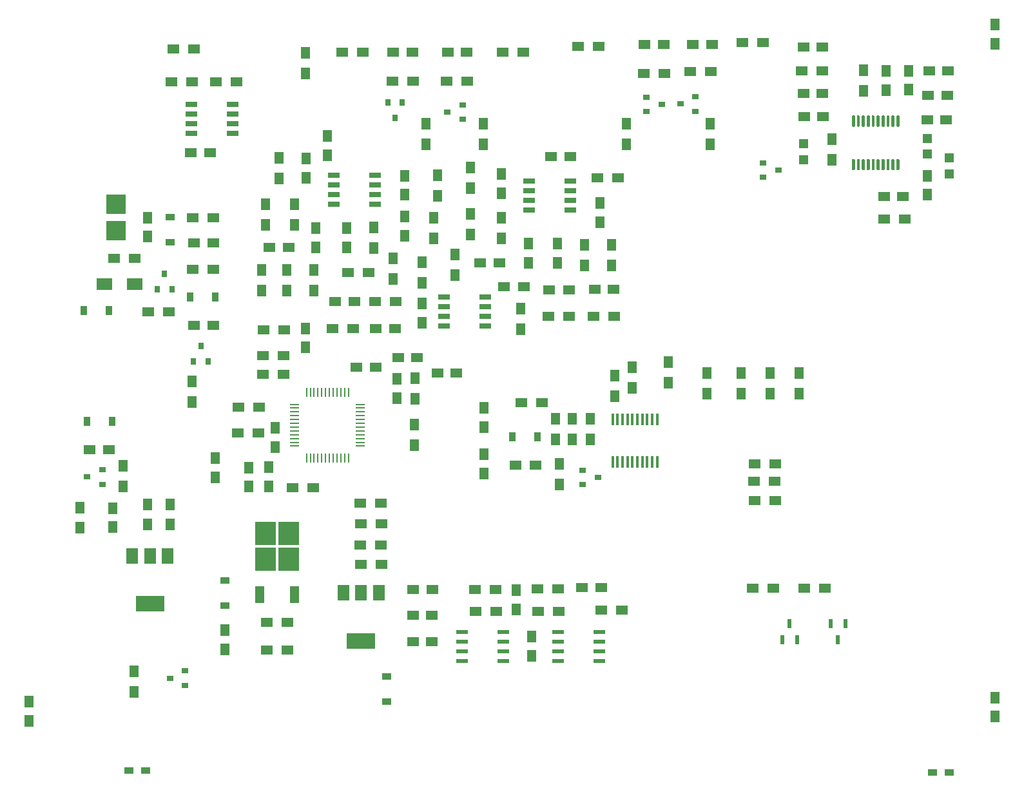
<source format=gtp>
G04 #@! TF.GenerationSoftware,KiCad,Pcbnew,(5.1.6-0-10_14)*
G04 #@! TF.CreationDate,2020-10-12T01:28:03+09:00*
G04 #@! TF.ProjectId,FreeDSP_SMD_AB_plus,46726565-4453-4505-9f53-4d445f41425f,rev?*
G04 #@! TF.SameCoordinates,Original*
G04 #@! TF.FileFunction,Paste,Top*
G04 #@! TF.FilePolarity,Positive*
%FSLAX46Y46*%
G04 Gerber Fmt 4.6, Leading zero omitted, Abs format (unit mm)*
G04 Created by KiCad (PCBNEW (5.1.6-0-10_14)) date 2020-10-12 01:28:03*
%MOMM*%
%LPD*%
G01*
G04 APERTURE LIST*
%ADD10R,1.200000X0.900000*%
%ADD11R,1.500000X1.300000*%
%ADD12R,1.550000X0.600000*%
%ADD13R,0.800000X0.900000*%
%ADD14R,0.900000X1.200000*%
%ADD15R,1.300000X0.250000*%
%ADD16R,0.250000X1.300000*%
%ADD17R,0.900000X0.800000*%
%ADD18R,3.800000X2.000000*%
%ADD19R,1.500000X2.000000*%
%ADD20R,1.200000X2.200000*%
%ADD21R,2.750000X3.050000*%
%ADD22R,1.250000X1.500000*%
%ADD23R,1.500000X1.250000*%
%ADD24R,1.300000X1.500000*%
%ADD25R,0.300000X1.600000*%
%ADD26R,2.500000X2.500000*%
%ADD27R,2.000000X1.600000*%
%ADD28R,1.200000X1.200000*%
%ADD29R,0.600000X1.300000*%
%ADD30R,1.525000X0.650000*%
G04 APERTURE END LIST*
D10*
X61765560Y-149506120D03*
X59565560Y-149506120D03*
D11*
X60345800Y-82159000D03*
X57645800Y-82159000D03*
D12*
X103386000Y-131259000D03*
X103386000Y-132529000D03*
X103386000Y-133799000D03*
X103386000Y-135069000D03*
X108786000Y-135069000D03*
X108786000Y-133799000D03*
X108786000Y-132529000D03*
X108786000Y-131259000D03*
D13*
X95520800Y-61706000D03*
X93620800Y-61706000D03*
X94570800Y-63706000D03*
D14*
X53629700Y-89065300D03*
X56929700Y-89065300D03*
D15*
X81330800Y-101358000D03*
X81330800Y-101858000D03*
X81330800Y-102358000D03*
X81330800Y-102858000D03*
X81330800Y-103358000D03*
X81330800Y-103858000D03*
X81330800Y-104358000D03*
X81330800Y-104858000D03*
X81330800Y-105358000D03*
X81330800Y-105858000D03*
X81330800Y-106358000D03*
X81330800Y-106858000D03*
D16*
X82930800Y-108458000D03*
X83430800Y-108458000D03*
X83930800Y-108458000D03*
X84430800Y-108458000D03*
X84930800Y-108458000D03*
X85430800Y-108458000D03*
X85930800Y-108458000D03*
X86430800Y-108458000D03*
X86930800Y-108458000D03*
X87430800Y-108458000D03*
X87930800Y-108458000D03*
X88430800Y-108458000D03*
D15*
X90030800Y-106858000D03*
X90030800Y-106358000D03*
X90030800Y-105858000D03*
X90030800Y-105358000D03*
X90030800Y-104858000D03*
X90030800Y-104358000D03*
X90030800Y-103858000D03*
X90030800Y-103358000D03*
X90030800Y-102858000D03*
X90030800Y-102358000D03*
X90030800Y-101858000D03*
X90030800Y-101358000D03*
D16*
X88430800Y-99758000D03*
X87930800Y-99758000D03*
X87430800Y-99758000D03*
X86930800Y-99758000D03*
X86430800Y-99758000D03*
X85930800Y-99758000D03*
X85430800Y-99758000D03*
X84930800Y-99758000D03*
X84430800Y-99758000D03*
X83930800Y-99758000D03*
X83430800Y-99758000D03*
X82930800Y-99758000D03*
D12*
X115966000Y-131307000D03*
X115966000Y-132577000D03*
X115966000Y-133847000D03*
X115966000Y-135117000D03*
X121366000Y-135117000D03*
X121366000Y-133847000D03*
X121366000Y-132577000D03*
X121366000Y-131307000D03*
D17*
X103445000Y-63910000D03*
X103445000Y-62010000D03*
X101445000Y-62960000D03*
X134058100Y-62843900D03*
X134058100Y-60943900D03*
X132058100Y-61893900D03*
X127607000Y-60994000D03*
X127607000Y-62894000D03*
X129607000Y-61944000D03*
D13*
X68099100Y-95688900D03*
X69999100Y-95688900D03*
X69049100Y-93688900D03*
D18*
X62357200Y-127569000D03*
D19*
X62357200Y-121269000D03*
X60057200Y-121269000D03*
X64657200Y-121269000D03*
D18*
X90104200Y-132440000D03*
D19*
X90104200Y-126140000D03*
X87804200Y-126140000D03*
X92404200Y-126140000D03*
D20*
X76796800Y-126342000D03*
X81356800Y-126342000D03*
D21*
X80601800Y-118367000D03*
X77551800Y-121717000D03*
X77551800Y-118367000D03*
X80601800Y-121717000D03*
D22*
X82886800Y-69076000D03*
X82886800Y-71576000D03*
D23*
X121651000Y-125432000D03*
X119151000Y-125432000D03*
X78080800Y-80740000D03*
X80580800Y-80740000D03*
D22*
X84156800Y-78220000D03*
X84156800Y-80720000D03*
D23*
X94336800Y-55086000D03*
X96836800Y-55086000D03*
D22*
X95813100Y-71330700D03*
X95813100Y-73830700D03*
X95840800Y-76696000D03*
X95840800Y-79196000D03*
X88220800Y-78220000D03*
X88220800Y-80720000D03*
D23*
X103965000Y-55086000D03*
X101465000Y-55086000D03*
X89510800Y-96488000D03*
X92010800Y-96488000D03*
D22*
X112097000Y-80232000D03*
X112097000Y-82732000D03*
D23*
X127357000Y-54070000D03*
X129857000Y-54070000D03*
D22*
X106255000Y-110438000D03*
X106255000Y-107938000D03*
X106255000Y-101842000D03*
X106255000Y-104342000D03*
X121495000Y-74918000D03*
X121495000Y-77418000D03*
X72218800Y-131052000D03*
X72218800Y-133552000D03*
X110511000Y-125803000D03*
X110511000Y-128303000D03*
D23*
X123273000Y-86274700D03*
X120773000Y-86274700D03*
D22*
X115907000Y-80232000D03*
X115907000Y-82732000D03*
D23*
X136207000Y-54070000D03*
X133707000Y-54070000D03*
D22*
X57515960Y-117507520D03*
X57515960Y-115007520D03*
X70948800Y-108446000D03*
X70948800Y-110946000D03*
D23*
X96898300Y-132521000D03*
X99398300Y-132521000D03*
X96898300Y-129105000D03*
X99398300Y-129105000D03*
X96939700Y-125733000D03*
X99439700Y-125733000D03*
D22*
X75333000Y-112164000D03*
X75333000Y-109664000D03*
X77987300Y-112116000D03*
X77987300Y-109616000D03*
X112474000Y-131878000D03*
X112474000Y-134378000D03*
D23*
X89216800Y-87852000D03*
X86716800Y-87852000D03*
X56934620Y-107306560D03*
X54434620Y-107306560D03*
D24*
X79330800Y-68976000D03*
X79330800Y-71676000D03*
X77044800Y-86408000D03*
X77044800Y-83708000D03*
X77552800Y-75072000D03*
X77552800Y-77772000D03*
D11*
X87632800Y-55086000D03*
X90332800Y-55086000D03*
D24*
X80346800Y-86408000D03*
X80346800Y-83708000D03*
X81362800Y-77772000D03*
X81362800Y-75072000D03*
X123428960Y-100289800D03*
X123428960Y-97589800D03*
X125699720Y-99162040D03*
X125699720Y-96462040D03*
D11*
X94236800Y-58896000D03*
X96936800Y-58896000D03*
D24*
X83902800Y-83708000D03*
X83902800Y-86408000D03*
X98634800Y-64508600D03*
X98634800Y-67208600D03*
X130429200Y-98521960D03*
X130429200Y-95821960D03*
X135560000Y-99985000D03*
X135560000Y-97285000D03*
X140005000Y-99985000D03*
X140005000Y-97285000D03*
X143815000Y-99985000D03*
X143815000Y-97285000D03*
X147625000Y-99985000D03*
X147625000Y-97285000D03*
X100174000Y-71251000D03*
X100174000Y-73951000D03*
X117833340Y-105999720D03*
X117833340Y-103299720D03*
X98126800Y-85392000D03*
X98126800Y-82692000D03*
X99650800Y-76850000D03*
X99650800Y-79550000D03*
D11*
X111415000Y-55086000D03*
X108715000Y-55086000D03*
X88394800Y-84042000D03*
X91094800Y-84042000D03*
D24*
X91776800Y-80820000D03*
X91776800Y-78120000D03*
D11*
X104049000Y-58896000D03*
X101349000Y-58896000D03*
D24*
X94316800Y-82184000D03*
X94316800Y-84884000D03*
X106138000Y-64508600D03*
X106138000Y-67208600D03*
X82796600Y-55202300D03*
X82796600Y-57902300D03*
D11*
X73755440Y-59003380D03*
X71055440Y-59003380D03*
X91950800Y-87852000D03*
X94650800Y-87852000D03*
D24*
X104477000Y-70246000D03*
X104477000Y-72946000D03*
X102445000Y-84376000D03*
X102445000Y-81676000D03*
X104477000Y-76342000D03*
X104477000Y-79042000D03*
D11*
X77218800Y-94964000D03*
X79918800Y-94964000D03*
X118621000Y-54324000D03*
X121321000Y-54324000D03*
X73980300Y-101695000D03*
X76680300Y-101695000D03*
D24*
X97195840Y-97927620D03*
X97195840Y-100627620D03*
X111048000Y-91470200D03*
X111048000Y-88770200D03*
X108541000Y-79550000D03*
X108541000Y-76850000D03*
D11*
X77218800Y-97377000D03*
X79918800Y-97377000D03*
X127257000Y-57880000D03*
X129957000Y-57880000D03*
X108832000Y-85926700D03*
X111532000Y-85926700D03*
D24*
X124939000Y-64508600D03*
X124939000Y-67208600D03*
D11*
X68121720Y-54670140D03*
X65421720Y-54670140D03*
X65177880Y-59003380D03*
X67877880Y-59003380D03*
X73916800Y-105124000D03*
X76616800Y-105124000D03*
X111189980Y-101180080D03*
X113889980Y-101180080D03*
D24*
X97110800Y-104028000D03*
X97110800Y-106728000D03*
D11*
X77725500Y-133682000D03*
X80425500Y-133682000D03*
X121161000Y-71596000D03*
X123861000Y-71596000D03*
X120645000Y-89828100D03*
X123345000Y-89828100D03*
D24*
X123019000Y-80406000D03*
X123019000Y-83106000D03*
D11*
X124360000Y-128394000D03*
X121660000Y-128394000D03*
X116062000Y-128589000D03*
X113362000Y-128589000D03*
X115968000Y-125572000D03*
X113268000Y-125572000D03*
X142911000Y-53816000D03*
X140211000Y-53816000D03*
X114686000Y-89757000D03*
X117386000Y-89757000D03*
D24*
X119463000Y-83106000D03*
X119463000Y-80406000D03*
D11*
X77726800Y-130016000D03*
X80426800Y-130016000D03*
X92759700Y-117070000D03*
X90059700Y-117070000D03*
X136053000Y-57626000D03*
X133353000Y-57626000D03*
X117460000Y-86287400D03*
X114760000Y-86287400D03*
D24*
X135973000Y-64508600D03*
X135973000Y-67208600D03*
X62029500Y-117183000D03*
X62029500Y-114483000D03*
D11*
X90057200Y-122414000D03*
X92757200Y-122414000D03*
D24*
X53197960Y-117607520D03*
X53197960Y-114907520D03*
X65026700Y-117183000D03*
X65026700Y-114483000D03*
D11*
X90029200Y-119869000D03*
X92729200Y-119869000D03*
X105089000Y-125666000D03*
X107789000Y-125666000D03*
X105119000Y-128589000D03*
X107819000Y-128589000D03*
D24*
X67870500Y-101040100D03*
X67870500Y-98340100D03*
D11*
X89062800Y-91408000D03*
X86362800Y-91408000D03*
X70717900Y-83576400D03*
X68017900Y-83576400D03*
D22*
X82810800Y-93884000D03*
X82810800Y-91384000D03*
D23*
X92050800Y-91408000D03*
X94550800Y-91408000D03*
D22*
X98088900Y-88135300D03*
X98088900Y-90635300D03*
X108541000Y-71108000D03*
X108541000Y-73608000D03*
X94824800Y-98032000D03*
X94824800Y-100532000D03*
D23*
X102634300Y-97265940D03*
X100134300Y-97265940D03*
X105767000Y-82772000D03*
X108267000Y-82772000D03*
D11*
X79969800Y-91592600D03*
X77269800Y-91592600D03*
D23*
X70228980Y-68307400D03*
X67728980Y-68307400D03*
X94959300Y-95237500D03*
X97459300Y-95237500D03*
X115082200Y-68769680D03*
X117582200Y-68769680D03*
D22*
X85668300Y-68611000D03*
X85668300Y-66111000D03*
D25*
X123142000Y-103340000D03*
X123792000Y-103340000D03*
X124442000Y-103340000D03*
X125092000Y-103340000D03*
X125742000Y-103340000D03*
X126392000Y-103340000D03*
X127042000Y-103340000D03*
X127692000Y-103340000D03*
X128342000Y-103340000D03*
X128992000Y-103340000D03*
X128992000Y-108940000D03*
X128342000Y-108940000D03*
X127692000Y-108940000D03*
X127042000Y-108940000D03*
X126392000Y-108940000D03*
X125742000Y-108940000D03*
X125092000Y-108940000D03*
X124442000Y-108940000D03*
X123792000Y-108940000D03*
X123142000Y-108940000D03*
D24*
X60283960Y-139189520D03*
X60283960Y-136489520D03*
D22*
X62069200Y-79337400D03*
X62069200Y-76837400D03*
D23*
X70657200Y-90985500D03*
X68157200Y-90985500D03*
X70654700Y-80119400D03*
X68154700Y-80119400D03*
D22*
X173370000Y-51477000D03*
X173370000Y-53977000D03*
X173426000Y-142387000D03*
X173426000Y-139887000D03*
X46492360Y-142960860D03*
X46492360Y-140460860D03*
D13*
X63341700Y-86245100D03*
X65241700Y-86245100D03*
X64291700Y-84245100D03*
D11*
X83820400Y-112362000D03*
X81120400Y-112362000D03*
X64856800Y-89248200D03*
X62156800Y-89248200D03*
D22*
X78792500Y-104460000D03*
X78792500Y-106960000D03*
D14*
X67630200Y-87228900D03*
X70930200Y-87228900D03*
D10*
X65056200Y-80067600D03*
X65056200Y-76767600D03*
D26*
X57921300Y-75049600D03*
X57921300Y-78549600D03*
D11*
X110356000Y-109375000D03*
X113056000Y-109375000D03*
D14*
X113247000Y-105631000D03*
X109947000Y-105631000D03*
D17*
X119210000Y-110018000D03*
X119210000Y-111918000D03*
X121210000Y-110968000D03*
D24*
X120245000Y-105945000D03*
X120245000Y-103245000D03*
X116158000Y-109214000D03*
X116158000Y-111914000D03*
D10*
X72224100Y-124548000D03*
X72224100Y-127848000D03*
D14*
X57380340Y-103638800D03*
X54080340Y-103638800D03*
D10*
X93492500Y-140432000D03*
X93492500Y-137132000D03*
D11*
X67960700Y-76842800D03*
X70660700Y-76842800D03*
D27*
X56340400Y-85544900D03*
X60340400Y-85544900D03*
D22*
X164503000Y-73817000D03*
X164503000Y-71317000D03*
D23*
X158818000Y-74014800D03*
X161318000Y-74014800D03*
D22*
X159108000Y-57547600D03*
X159108000Y-60047600D03*
D23*
X148305000Y-63517000D03*
X150805000Y-63517000D03*
X150701000Y-60466400D03*
X148201000Y-60466400D03*
X166978000Y-64017300D03*
X164478000Y-64017300D03*
X164582000Y-60796600D03*
X167082000Y-60796600D03*
D22*
X162070000Y-60027300D03*
X162070000Y-57527300D03*
D23*
X164716000Y-57568300D03*
X167216000Y-57568300D03*
X150701260Y-54439000D03*
X148201260Y-54439000D03*
D28*
X167353000Y-68999800D03*
X167353000Y-71099800D03*
X148265000Y-69232900D03*
X148265000Y-67132900D03*
X164463000Y-68504000D03*
X164463000Y-66404000D03*
G36*
G01*
X160529000Y-69126800D02*
X160729000Y-69126800D01*
G75*
G02*
X160829000Y-69226800I0J-100000D01*
G01*
X160829000Y-70501800D01*
G75*
G02*
X160729000Y-70601800I-100000J0D01*
G01*
X160529000Y-70601800D01*
G75*
G02*
X160429000Y-70501800I0J100000D01*
G01*
X160429000Y-69226800D01*
G75*
G02*
X160529000Y-69126800I100000J0D01*
G01*
G37*
G36*
G01*
X159879000Y-69126800D02*
X160079000Y-69126800D01*
G75*
G02*
X160179000Y-69226800I0J-100000D01*
G01*
X160179000Y-70501800D01*
G75*
G02*
X160079000Y-70601800I-100000J0D01*
G01*
X159879000Y-70601800D01*
G75*
G02*
X159779000Y-70501800I0J100000D01*
G01*
X159779000Y-69226800D01*
G75*
G02*
X159879000Y-69126800I100000J0D01*
G01*
G37*
G36*
G01*
X159229000Y-69126800D02*
X159429000Y-69126800D01*
G75*
G02*
X159529000Y-69226800I0J-100000D01*
G01*
X159529000Y-70501800D01*
G75*
G02*
X159429000Y-70601800I-100000J0D01*
G01*
X159229000Y-70601800D01*
G75*
G02*
X159129000Y-70501800I0J100000D01*
G01*
X159129000Y-69226800D01*
G75*
G02*
X159229000Y-69126800I100000J0D01*
G01*
G37*
G36*
G01*
X158579000Y-69126800D02*
X158779000Y-69126800D01*
G75*
G02*
X158879000Y-69226800I0J-100000D01*
G01*
X158879000Y-70501800D01*
G75*
G02*
X158779000Y-70601800I-100000J0D01*
G01*
X158579000Y-70601800D01*
G75*
G02*
X158479000Y-70501800I0J100000D01*
G01*
X158479000Y-69226800D01*
G75*
G02*
X158579000Y-69126800I100000J0D01*
G01*
G37*
G36*
G01*
X157929000Y-69126800D02*
X158129000Y-69126800D01*
G75*
G02*
X158229000Y-69226800I0J-100000D01*
G01*
X158229000Y-70501800D01*
G75*
G02*
X158129000Y-70601800I-100000J0D01*
G01*
X157929000Y-70601800D01*
G75*
G02*
X157829000Y-70501800I0J100000D01*
G01*
X157829000Y-69226800D01*
G75*
G02*
X157929000Y-69126800I100000J0D01*
G01*
G37*
G36*
G01*
X157279000Y-69126800D02*
X157479000Y-69126800D01*
G75*
G02*
X157579000Y-69226800I0J-100000D01*
G01*
X157579000Y-70501800D01*
G75*
G02*
X157479000Y-70601800I-100000J0D01*
G01*
X157279000Y-70601800D01*
G75*
G02*
X157179000Y-70501800I0J100000D01*
G01*
X157179000Y-69226800D01*
G75*
G02*
X157279000Y-69126800I100000J0D01*
G01*
G37*
G36*
G01*
X156629000Y-69126800D02*
X156829000Y-69126800D01*
G75*
G02*
X156929000Y-69226800I0J-100000D01*
G01*
X156929000Y-70501800D01*
G75*
G02*
X156829000Y-70601800I-100000J0D01*
G01*
X156629000Y-70601800D01*
G75*
G02*
X156529000Y-70501800I0J100000D01*
G01*
X156529000Y-69226800D01*
G75*
G02*
X156629000Y-69126800I100000J0D01*
G01*
G37*
G36*
G01*
X155979000Y-69126800D02*
X156179000Y-69126800D01*
G75*
G02*
X156279000Y-69226800I0J-100000D01*
G01*
X156279000Y-70501800D01*
G75*
G02*
X156179000Y-70601800I-100000J0D01*
G01*
X155979000Y-70601800D01*
G75*
G02*
X155879000Y-70501800I0J100000D01*
G01*
X155879000Y-69226800D01*
G75*
G02*
X155979000Y-69126800I100000J0D01*
G01*
G37*
G36*
G01*
X155329000Y-69126800D02*
X155529000Y-69126800D01*
G75*
G02*
X155629000Y-69226800I0J-100000D01*
G01*
X155629000Y-70501800D01*
G75*
G02*
X155529000Y-70601800I-100000J0D01*
G01*
X155329000Y-70601800D01*
G75*
G02*
X155229000Y-70501800I0J100000D01*
G01*
X155229000Y-69226800D01*
G75*
G02*
X155329000Y-69126800I100000J0D01*
G01*
G37*
G36*
G01*
X154679000Y-69126800D02*
X154879000Y-69126800D01*
G75*
G02*
X154979000Y-69226800I0J-100000D01*
G01*
X154979000Y-70501800D01*
G75*
G02*
X154879000Y-70601800I-100000J0D01*
G01*
X154679000Y-70601800D01*
G75*
G02*
X154579000Y-70501800I0J100000D01*
G01*
X154579000Y-69226800D01*
G75*
G02*
X154679000Y-69126800I100000J0D01*
G01*
G37*
G36*
G01*
X154679000Y-63401800D02*
X154879000Y-63401800D01*
G75*
G02*
X154979000Y-63501800I0J-100000D01*
G01*
X154979000Y-64776800D01*
G75*
G02*
X154879000Y-64876800I-100000J0D01*
G01*
X154679000Y-64876800D01*
G75*
G02*
X154579000Y-64776800I0J100000D01*
G01*
X154579000Y-63501800D01*
G75*
G02*
X154679000Y-63401800I100000J0D01*
G01*
G37*
G36*
G01*
X155329000Y-63401800D02*
X155529000Y-63401800D01*
G75*
G02*
X155629000Y-63501800I0J-100000D01*
G01*
X155629000Y-64776800D01*
G75*
G02*
X155529000Y-64876800I-100000J0D01*
G01*
X155329000Y-64876800D01*
G75*
G02*
X155229000Y-64776800I0J100000D01*
G01*
X155229000Y-63501800D01*
G75*
G02*
X155329000Y-63401800I100000J0D01*
G01*
G37*
G36*
G01*
X155979000Y-63401800D02*
X156179000Y-63401800D01*
G75*
G02*
X156279000Y-63501800I0J-100000D01*
G01*
X156279000Y-64776800D01*
G75*
G02*
X156179000Y-64876800I-100000J0D01*
G01*
X155979000Y-64876800D01*
G75*
G02*
X155879000Y-64776800I0J100000D01*
G01*
X155879000Y-63501800D01*
G75*
G02*
X155979000Y-63401800I100000J0D01*
G01*
G37*
G36*
G01*
X156629000Y-63401800D02*
X156829000Y-63401800D01*
G75*
G02*
X156929000Y-63501800I0J-100000D01*
G01*
X156929000Y-64776800D01*
G75*
G02*
X156829000Y-64876800I-100000J0D01*
G01*
X156629000Y-64876800D01*
G75*
G02*
X156529000Y-64776800I0J100000D01*
G01*
X156529000Y-63501800D01*
G75*
G02*
X156629000Y-63401800I100000J0D01*
G01*
G37*
G36*
G01*
X157279000Y-63401800D02*
X157479000Y-63401800D01*
G75*
G02*
X157579000Y-63501800I0J-100000D01*
G01*
X157579000Y-64776800D01*
G75*
G02*
X157479000Y-64876800I-100000J0D01*
G01*
X157279000Y-64876800D01*
G75*
G02*
X157179000Y-64776800I0J100000D01*
G01*
X157179000Y-63501800D01*
G75*
G02*
X157279000Y-63401800I100000J0D01*
G01*
G37*
G36*
G01*
X157929000Y-63401800D02*
X158129000Y-63401800D01*
G75*
G02*
X158229000Y-63501800I0J-100000D01*
G01*
X158229000Y-64776800D01*
G75*
G02*
X158129000Y-64876800I-100000J0D01*
G01*
X157929000Y-64876800D01*
G75*
G02*
X157829000Y-64776800I0J100000D01*
G01*
X157829000Y-63501800D01*
G75*
G02*
X157929000Y-63401800I100000J0D01*
G01*
G37*
G36*
G01*
X158579000Y-63401800D02*
X158779000Y-63401800D01*
G75*
G02*
X158879000Y-63501800I0J-100000D01*
G01*
X158879000Y-64776800D01*
G75*
G02*
X158779000Y-64876800I-100000J0D01*
G01*
X158579000Y-64876800D01*
G75*
G02*
X158479000Y-64776800I0J100000D01*
G01*
X158479000Y-63501800D01*
G75*
G02*
X158579000Y-63401800I100000J0D01*
G01*
G37*
G36*
G01*
X159229000Y-63401800D02*
X159429000Y-63401800D01*
G75*
G02*
X159529000Y-63501800I0J-100000D01*
G01*
X159529000Y-64776800D01*
G75*
G02*
X159429000Y-64876800I-100000J0D01*
G01*
X159229000Y-64876800D01*
G75*
G02*
X159129000Y-64776800I0J100000D01*
G01*
X159129000Y-63501800D01*
G75*
G02*
X159229000Y-63401800I100000J0D01*
G01*
G37*
G36*
G01*
X159879000Y-63401800D02*
X160079000Y-63401800D01*
G75*
G02*
X160179000Y-63501800I0J-100000D01*
G01*
X160179000Y-64776800D01*
G75*
G02*
X160079000Y-64876800I-100000J0D01*
G01*
X159879000Y-64876800D01*
G75*
G02*
X159779000Y-64776800I0J100000D01*
G01*
X159779000Y-63501800D01*
G75*
G02*
X159879000Y-63401800I100000J0D01*
G01*
G37*
G36*
G01*
X160529000Y-63401800D02*
X160729000Y-63401800D01*
G75*
G02*
X160829000Y-63501800I0J-100000D01*
G01*
X160829000Y-64776800D01*
G75*
G02*
X160729000Y-64876800I-100000J0D01*
G01*
X160529000Y-64876800D01*
G75*
G02*
X160429000Y-64776800I0J100000D01*
G01*
X160429000Y-63501800D01*
G75*
G02*
X160529000Y-63401800I100000J0D01*
G01*
G37*
D17*
X142947080Y-69633240D03*
X142947080Y-71533240D03*
X144947080Y-70583240D03*
D29*
X153703000Y-130171000D03*
X151803000Y-130171000D03*
X152753000Y-132271000D03*
X145463000Y-132271000D03*
X147363000Y-132271000D03*
X146413000Y-130171000D03*
D11*
X92729200Y-114363000D03*
X90029200Y-114363000D03*
X141789000Y-109171000D03*
X144489000Y-109171000D03*
X161540000Y-76999300D03*
X158840000Y-76999300D03*
D24*
X151927760Y-69230680D03*
X151927760Y-66530680D03*
D11*
X141789000Y-114020000D03*
X144489000Y-114020000D03*
X151012000Y-125554000D03*
X148312000Y-125554000D03*
X144439000Y-111495000D03*
X141739000Y-111495000D03*
X141584000Y-125539000D03*
X144284000Y-125539000D03*
X150689500Y-57532720D03*
X147989500Y-57532720D03*
D24*
X156114000Y-60157800D03*
X156114000Y-57457800D03*
D10*
X167412000Y-149768000D03*
X165212000Y-149768000D03*
D24*
X115654020Y-105946380D03*
X115654020Y-103246380D03*
D17*
X66976700Y-138289520D03*
X66976700Y-136389520D03*
X64976700Y-137339520D03*
X56094580Y-111858320D03*
X56094580Y-109958320D03*
X54094580Y-110908320D03*
D24*
X58859620Y-109433820D03*
X58859620Y-112133820D03*
D30*
X86524800Y-71215000D03*
X86524800Y-72485000D03*
X86524800Y-73755000D03*
X86524800Y-75025000D03*
X91948800Y-75025000D03*
X91948800Y-73755000D03*
X91948800Y-72485000D03*
X91948800Y-71215000D03*
X67770660Y-65772480D03*
X67770660Y-64502480D03*
X67770660Y-63232480D03*
X67770660Y-61962480D03*
X73194660Y-61962480D03*
X73194660Y-63232480D03*
X73194660Y-64502480D03*
X73194660Y-65772480D03*
X106427000Y-87217000D03*
X106427000Y-88487000D03*
X106427000Y-89757000D03*
X106427000Y-91027000D03*
X101003000Y-91027000D03*
X101003000Y-89757000D03*
X101003000Y-88487000D03*
X101003000Y-87217000D03*
X112179000Y-71977000D03*
X112179000Y-73247000D03*
X112179000Y-74517000D03*
X112179000Y-75787000D03*
X117603000Y-75787000D03*
X117603000Y-74517000D03*
X117603000Y-73247000D03*
X117603000Y-71977000D03*
M02*

</source>
